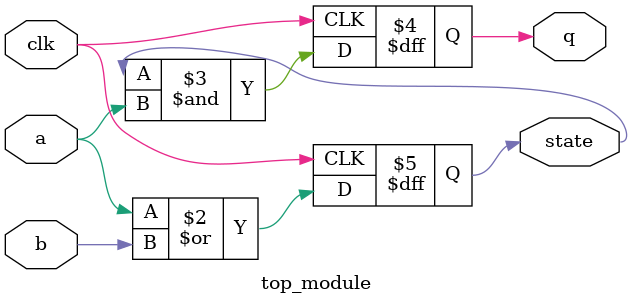
<source format=sv>
module top_module (
	input clk,
	input a,
	input b,
	output q,
	output state
);

reg q;
reg state;
always @(posedge clk) begin
	state <= a | b;
	q <= state & a;
end

endmodule

</source>
